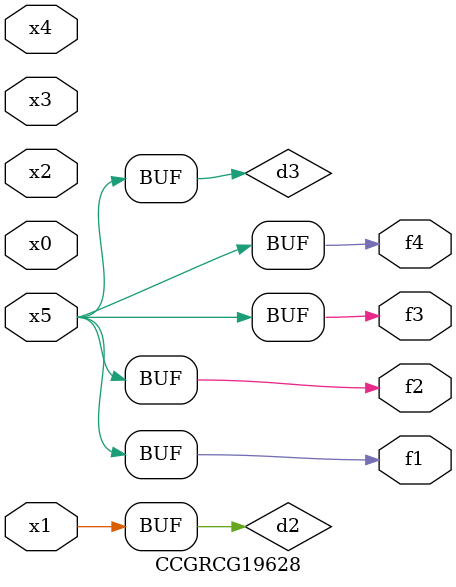
<source format=v>
module CCGRCG19628(
	input x0, x1, x2, x3, x4, x5,
	output f1, f2, f3, f4
);

	wire d1, d2, d3;

	not (d1, x5);
	or (d2, x1);
	xnor (d3, d1);
	assign f1 = d3;
	assign f2 = d3;
	assign f3 = d3;
	assign f4 = d3;
endmodule

</source>
